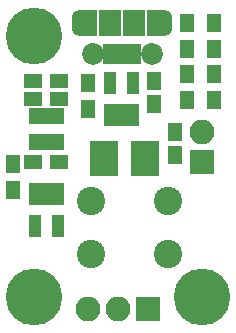
<source format=gts>
G04 #@! TF.FileFunction,Soldermask,Top*
%FSLAX46Y46*%
G04 Gerber Fmt 4.6, Leading zero omitted, Abs format (unit mm)*
G04 Created by KiCad (PCBNEW 4.0.7) date 04/30/18 22:22:12*
%MOMM*%
%LPD*%
G01*
G04 APERTURE LIST*
%ADD10C,0.100000*%
%ADD11C,4.800000*%
%ADD12R,1.150000X1.600000*%
%ADD13R,1.300000X1.600000*%
%ADD14R,1.050000X1.960000*%
%ADD15R,1.900000X2.300000*%
%ADD16C,1.850000*%
%ADD17R,0.800000X1.750000*%
%ADD18O,1.600000X2.300000*%
%ADD19R,1.600000X2.300000*%
%ADD20R,1.600000X1.300000*%
%ADD21R,2.400000X1.050000*%
%ADD22R,2.100000X2.100000*%
%ADD23O,2.100000X2.100000*%
%ADD24C,2.400000*%
%ADD25R,1.050000X1.460000*%
G04 APERTURE END LIST*
D10*
D11*
X17526000Y-17526000D03*
X17526000Y-39624000D03*
X31750000Y-39624000D03*
D12*
X27686000Y-23302000D03*
X27686000Y-21402000D03*
X29464000Y-27620000D03*
X29464000Y-25720000D03*
D13*
X30480000Y-18626000D03*
X30480000Y-16426000D03*
X32766000Y-16426000D03*
X32766000Y-18626000D03*
D14*
X23942000Y-24210000D03*
X24892000Y-24210000D03*
X25842000Y-24210000D03*
X25842000Y-21510000D03*
X23942000Y-21510000D03*
D15*
X23956000Y-16414000D03*
D16*
X27456000Y-19114000D03*
D17*
X25606000Y-19114000D03*
X26256000Y-19114000D03*
X23656000Y-19114000D03*
X24306000Y-19114000D03*
X24956000Y-19114000D03*
D16*
X22456000Y-19114000D03*
D15*
X25956000Y-16414000D03*
D18*
X28456000Y-16414000D03*
X21456000Y-16414000D03*
D19*
X22056000Y-16414000D03*
X27856000Y-16414000D03*
D13*
X30480000Y-22944000D03*
X30480000Y-20744000D03*
X32766000Y-22944000D03*
X32766000Y-20744000D03*
X22098000Y-23706000D03*
X22098000Y-21506000D03*
D20*
X17442000Y-28194000D03*
X19642000Y-28194000D03*
X19642000Y-21336000D03*
X17442000Y-21336000D03*
X19642000Y-22860000D03*
X17442000Y-22860000D03*
D13*
X15748000Y-30564000D03*
X15748000Y-28364000D03*
D21*
X23436000Y-26990000D03*
X23436000Y-27940000D03*
X23436000Y-28890000D03*
X26856000Y-28890000D03*
X26856000Y-27940000D03*
X26856000Y-26990000D03*
D14*
X19492000Y-30908000D03*
X18542000Y-30908000D03*
X17592000Y-30908000D03*
X17592000Y-33608000D03*
X19492000Y-33608000D03*
D22*
X27178000Y-40640000D03*
D23*
X24638000Y-40640000D03*
X22098000Y-40640000D03*
D24*
X22352000Y-35996000D03*
X22352000Y-31496000D03*
X28852000Y-35996000D03*
X28852000Y-31496000D03*
D25*
X19492000Y-24300000D03*
X18542000Y-24300000D03*
X17592000Y-24300000D03*
X17592000Y-26500000D03*
X19492000Y-26500000D03*
X18542000Y-26500000D03*
D22*
X31750000Y-28194000D03*
D23*
X31750000Y-25654000D03*
M02*

</source>
